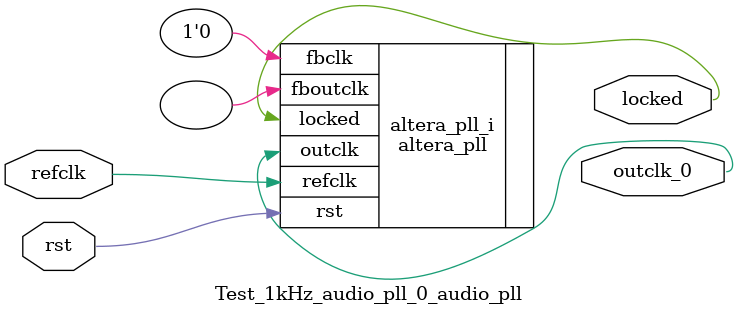
<source format=v>
`timescale 1ns/10ps
module  Test_1kHz_audio_pll_0_audio_pll(

	// interface 'refclk'
	input wire refclk,

	// interface 'reset'
	input wire rst,

	// interface 'outclk0'
	output wire outclk_0,

	// interface 'locked'
	output wire locked
);

	altera_pll #(
		.fractional_vco_multiplier("false"),
		.reference_clock_frequency("50.0 MHz"),
		.operation_mode("direct"),
		.number_of_clocks(1),
		.output_clock_frequency0("12.288135 MHz"),
		.phase_shift0("0 ps"),
		.duty_cycle0(50),
		.output_clock_frequency1("0 MHz"),
		.phase_shift1("0 ps"),
		.duty_cycle1(50),
		.output_clock_frequency2("0 MHz"),
		.phase_shift2("0 ps"),
		.duty_cycle2(50),
		.output_clock_frequency3("0 MHz"),
		.phase_shift3("0 ps"),
		.duty_cycle3(50),
		.output_clock_frequency4("0 MHz"),
		.phase_shift4("0 ps"),
		.duty_cycle4(50),
		.output_clock_frequency5("0 MHz"),
		.phase_shift5("0 ps"),
		.duty_cycle5(50),
		.output_clock_frequency6("0 MHz"),
		.phase_shift6("0 ps"),
		.duty_cycle6(50),
		.output_clock_frequency7("0 MHz"),
		.phase_shift7("0 ps"),
		.duty_cycle7(50),
		.output_clock_frequency8("0 MHz"),
		.phase_shift8("0 ps"),
		.duty_cycle8(50),
		.output_clock_frequency9("0 MHz"),
		.phase_shift9("0 ps"),
		.duty_cycle9(50),
		.output_clock_frequency10("0 MHz"),
		.phase_shift10("0 ps"),
		.duty_cycle10(50),
		.output_clock_frequency11("0 MHz"),
		.phase_shift11("0 ps"),
		.duty_cycle11(50),
		.output_clock_frequency12("0 MHz"),
		.phase_shift12("0 ps"),
		.duty_cycle12(50),
		.output_clock_frequency13("0 MHz"),
		.phase_shift13("0 ps"),
		.duty_cycle13(50),
		.output_clock_frequency14("0 MHz"),
		.phase_shift14("0 ps"),
		.duty_cycle14(50),
		.output_clock_frequency15("0 MHz"),
		.phase_shift15("0 ps"),
		.duty_cycle15(50),
		.output_clock_frequency16("0 MHz"),
		.phase_shift16("0 ps"),
		.duty_cycle16(50),
		.output_clock_frequency17("0 MHz"),
		.phase_shift17("0 ps"),
		.duty_cycle17(50),
		.pll_type("General"),
		.pll_subtype("General")
	) altera_pll_i (
		.rst	(rst),
		.outclk	({outclk_0}),
		.locked	(locked),
		.fboutclk	( ),
		.fbclk	(1'b0),
		.refclk	(refclk)
	);
endmodule


</source>
